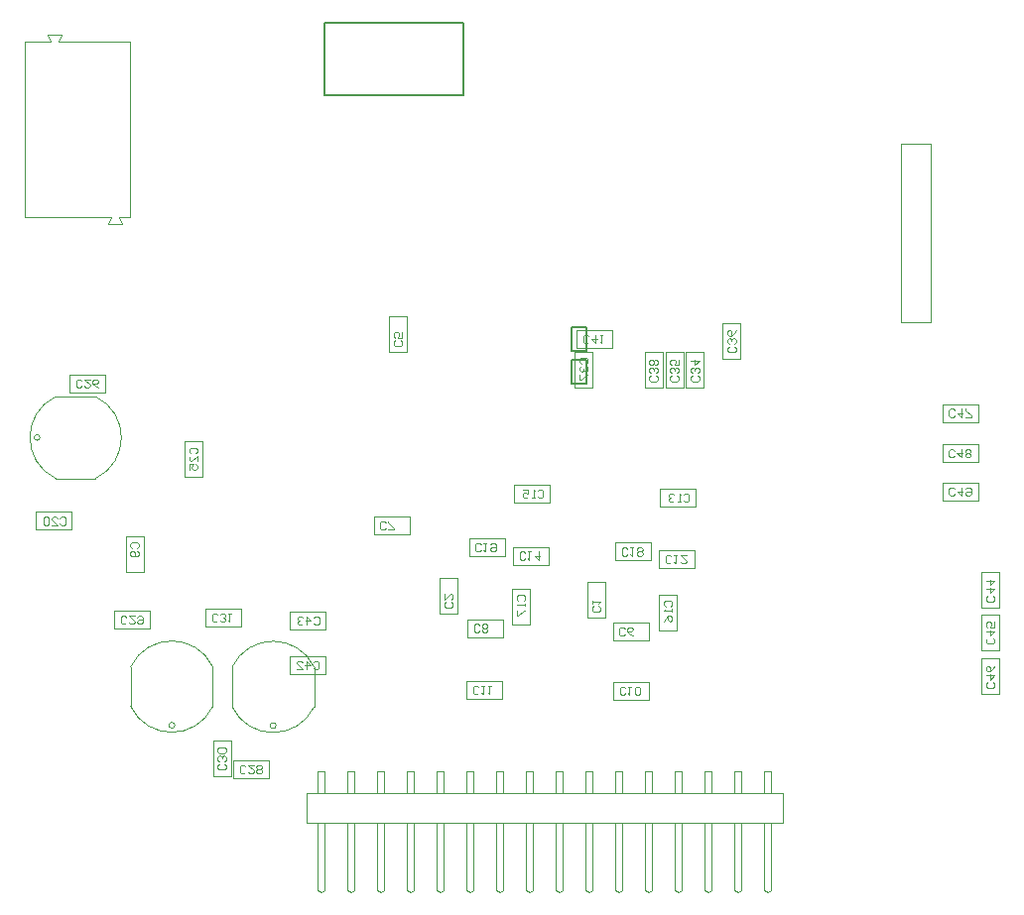
<source format=gbr>
%TF.GenerationSoftware,Altium Limited,Altium Designer,24.7.2 (38)*%
G04 Layer_Color=8388736*
%FSLAX45Y45*%
%MOMM*%
%TF.SameCoordinates,313A2AA4-CFAA-4B56-AAC7-ADE98D6BBF51*%
%TF.FilePolarity,Positive*%
%TF.FileFunction,Other,Top_3D_Body*%
%TF.Part,Single*%
G01*
G75*
%TA.AperFunction,NonConductor*%
%ADD62C,0.20000*%
%ADD98C,0.10000*%
D62*
X4735000Y3572500D02*
X4860000D01*
Y3772500D01*
X4735000D02*
X4860000D01*
X4735000Y3572500D02*
Y3772500D01*
X4860000Y3852500D02*
Y4052500D01*
X4735000Y3852500D02*
X4860000D01*
X4735000D02*
Y4052500D01*
X4860000D01*
X2626500Y6030000D02*
X3811500D01*
X2626500D02*
Y6655000D01*
X3811500D01*
Y6030000D02*
Y6655000D01*
D98*
X195000Y3110000D02*
G03*
X195000Y3110000I-25000J0D01*
G01*
X670000Y2760000D02*
G03*
X670000Y3460000I-168409J350000D01*
G01*
X330000D02*
G03*
X330000Y2760000I168409J-350000D01*
G01*
X1345000Y652500D02*
G03*
X1345000Y652500I-25000J0D01*
G01*
X1670000Y1152500D02*
G03*
X970000Y1152500I-350000J-168409D01*
G01*
Y812500D02*
G03*
X1670000Y812500I350000J168409D01*
G01*
X2210000Y650000D02*
G03*
X2210000Y650000I-25000J0D01*
G01*
X2535000Y1150000D02*
G03*
X1835000Y1150000I-350000J-168409D01*
G01*
Y810000D02*
G03*
X2535000Y810000I350000J168409D01*
G01*
X3042600Y2436200D02*
X3347400D01*
X3042600Y2283800D02*
X3347400D01*
Y2436200D01*
X3042600Y2283800D02*
Y2436200D01*
X830100Y1628700D02*
X1134900D01*
X830100Y1476300D02*
X1134900D01*
Y1628700D01*
X830100Y1476300D02*
Y1628700D01*
X3173800Y3837600D02*
Y4142400D01*
X3326200Y3837600D02*
Y4142400D01*
X3173800D02*
X3326200D01*
X3173800Y3837600D02*
X3326200D01*
X7540500Y4096000D02*
X7794500D01*
X7540500Y5620000D02*
X7794500D01*
X7540500Y4096000D02*
Y5620000D01*
X7794500Y4096000D02*
Y5620000D01*
X5531300Y3535100D02*
Y3839900D01*
X5683700Y3535100D02*
Y3839900D01*
X5531300D02*
X5683700D01*
X5531300Y3535100D02*
X5683700D01*
X5708800D02*
Y3839900D01*
X5861200Y3535100D02*
Y3839900D01*
X5708800D02*
X5861200D01*
X5708800Y3535100D02*
X5861200D01*
X5353800D02*
Y3839900D01*
X5506200Y3535100D02*
Y3839900D01*
X5353800D02*
X5506200D01*
X5353800Y3535100D02*
X5506200D01*
X4911200Y3540100D02*
Y3844900D01*
X4758800Y3540100D02*
Y3844900D01*
Y3540100D02*
X4911200D01*
X4758800Y3844900D02*
X4911200D01*
X4777600Y4026200D02*
X5082400D01*
X4777600Y3873800D02*
X5082400D01*
Y4026200D01*
X4777600Y3873800D02*
Y4026200D01*
X1607600Y1646200D02*
X1912400D01*
X1607600Y1493800D02*
X1912400D01*
Y1646200D01*
X1607600Y1493800D02*
Y1646200D01*
X1671300Y220100D02*
Y524900D01*
X1823700Y220100D02*
Y524900D01*
X1671300D02*
X1823700D01*
X1671300Y220100D02*
X1823700D01*
X6021300Y3785100D02*
Y4089900D01*
X6173700Y3785100D02*
Y4089900D01*
X6021300D02*
X6173700D01*
X6021300Y3785100D02*
X6173700D01*
X8226300Y1292600D02*
Y1597400D01*
X8378700Y1292600D02*
Y1597400D01*
X8226300D02*
X8378700D01*
X8226300Y1292600D02*
X8378700D01*
X2627400Y1091199D02*
Y1243599D01*
X2322600Y1091199D02*
Y1243599D01*
X2627400D01*
X2322600Y1091199D02*
X2627400D01*
X352520Y6492526D02*
X377499Y6552535D01*
X257499D02*
X282478Y6492526D01*
X257499Y6552535D02*
X377499D01*
X352520Y6492526D02*
X967500D01*
X67499D02*
X282499D01*
X67499Y4992526D02*
Y6492526D01*
X967500Y4992526D02*
Y6492526D01*
X67500Y4992526D02*
X802500D01*
X872500D02*
X967500D01*
X872500D02*
X897479Y4932517D01*
X777479D02*
X897479D01*
X777479D02*
X802458Y4992526D01*
X3606284Y1602600D02*
X3758684D01*
X3606284Y1907400D02*
X3758684D01*
Y1602600D02*
Y1907400D01*
X3606284Y1602600D02*
Y1907400D01*
X3855084Y2098800D02*
Y2251200D01*
X4159884Y2098800D02*
Y2251200D01*
X3855084Y2098800D02*
X4159884D01*
X3855084Y2251200D02*
X4159884D01*
X4542384Y2553800D02*
Y2706200D01*
X4237584Y2553800D02*
Y2706200D01*
X4542384D01*
X4237584Y2553800D02*
X4542384D01*
X5107600Y2058800D02*
Y2211200D01*
X5412400Y2058800D02*
Y2211200D01*
X5107600Y2058800D02*
X5412400D01*
X5107600Y2211200D02*
X5412400D01*
X5787400Y2518783D02*
Y2671183D01*
X5482600Y2518783D02*
Y2671183D01*
X5787400D01*
X5482600Y2518783D02*
X5787400D01*
X4223784Y1817400D02*
X4376184D01*
X4223784Y1512600D02*
X4376184D01*
X4223784D02*
Y1817400D01*
X4376184Y1512600D02*
Y1817400D01*
X4232584Y2023800D02*
Y2176200D01*
X4537384Y2023800D02*
Y2176200D01*
X4232584Y2023800D02*
X4537384D01*
X4232584Y2176200D02*
X4537384D01*
X4863800Y1567600D02*
X5016200D01*
X4863800Y1872400D02*
X5016200D01*
Y1567600D02*
Y1872400D01*
X4863800Y1567600D02*
Y1872400D01*
X5480100Y1993800D02*
Y2146200D01*
X5784900Y1993800D02*
Y2146200D01*
X5480100Y1993800D02*
X5784900D01*
X5480100Y2146200D02*
X5784900D01*
X5478800Y1769899D02*
X5631200D01*
X5478800Y1465099D02*
X5631200D01*
X5478800D02*
Y1769899D01*
X5631200Y1465099D02*
Y1769899D01*
X5082600Y1378800D02*
Y1531200D01*
X5387400Y1378800D02*
Y1531200D01*
X5082600Y1378800D02*
X5387400D01*
X5082600Y1531200D02*
X5387400D01*
X5087600Y871300D02*
Y1023700D01*
X5392400Y871300D02*
Y1023700D01*
X5087600Y871300D02*
X5392400D01*
X5087600Y1023700D02*
X5392400D01*
X3837584Y878800D02*
Y1031200D01*
X4142384Y878800D02*
Y1031200D01*
X3837584Y878800D02*
X4142384D01*
X3837584Y1031200D02*
X4142384D01*
X3842584Y1406300D02*
Y1558700D01*
X4147384Y1406300D02*
Y1558700D01*
X3842584Y1406300D02*
X4147384D01*
X3842584Y1558700D02*
X4147384D01*
X1847600Y201300D02*
Y353700D01*
X2152400Y201300D02*
Y353700D01*
X1847600Y201300D02*
X2152400D01*
X1847600Y353700D02*
X2152400D01*
X2632400Y1468684D02*
Y1621084D01*
X2327600Y1468684D02*
Y1621084D01*
X2632400D01*
X2327600Y1468684D02*
X2632400D01*
X8228800Y1655100D02*
X8381200D01*
X8228800Y1959900D02*
X8381200D01*
Y1655100D02*
Y1959900D01*
X8228800Y1655100D02*
Y1959900D01*
X8226300Y917600D02*
X8378700D01*
X8226300Y1222400D02*
X8378700D01*
Y917600D02*
Y1222400D01*
X8226300Y917600D02*
Y1222400D01*
X7897600Y2573816D02*
Y2726216D01*
X8202400Y2573816D02*
Y2726216D01*
X7897600Y2573816D02*
X8202400D01*
X7897600Y2726216D02*
X8202400D01*
X7895100Y2898627D02*
Y3051027D01*
X8199900Y2898627D02*
Y3051027D01*
X7895100Y2898627D02*
X8199900D01*
X7895100Y3051027D02*
X8199900D01*
X7897600Y3243800D02*
Y3396200D01*
X8202400Y3243800D02*
Y3396200D01*
X7897600Y3243800D02*
X8202400D01*
X7897600Y3396200D02*
X8202400D01*
X467400Y2321300D02*
Y2473700D01*
X162600Y2321300D02*
Y2473700D01*
X467400D01*
X162600Y2321300D02*
X467400D01*
X450100Y3496300D02*
Y3648700D01*
X754900Y3496300D02*
Y3648700D01*
X450100Y3496300D02*
X754900D01*
X450100Y3648700D02*
X754900D01*
X926300Y2267400D02*
X1078700D01*
X926300Y1962600D02*
X1078700D01*
X926300D02*
Y2267400D01*
X1078700Y1962600D02*
Y2267400D01*
X1426300Y3077400D02*
X1578700D01*
X1426300Y2772600D02*
X1578700D01*
X1426300D02*
Y3077400D01*
X1578700Y2772600D02*
Y3077400D01*
X330000Y3460000D02*
X670000D01*
X330000Y2760000D02*
X670000D01*
X970000Y812500D02*
Y1152500D01*
X1670000Y812500D02*
Y1152500D01*
X1835000Y810000D02*
Y1150000D01*
X2535000Y810000D02*
Y1150000D01*
X4341000Y-757000D02*
Y-177000D01*
X4405000Y-757000D02*
Y-177000D01*
X4341000Y-757000D02*
X4373000Y-777000D01*
X4405000Y-757000D01*
X4849000D02*
Y-177000D01*
X4913000Y-757000D02*
Y-177000D01*
X4849000Y-757000D02*
X4881000Y-777000D01*
X4913000Y-757000D01*
X5135000Y-777000D02*
X5167000Y-757000D01*
X5103000D02*
X5135000Y-777000D01*
X5167000Y-757000D02*
Y-177000D01*
X5103000Y-757000D02*
Y-177000D01*
X5357000Y-757000D02*
Y-177000D01*
X5421000Y-757000D02*
Y-177000D01*
X5357000Y-757000D02*
X5389000Y-777000D01*
X5421000Y-757000D01*
X5865000D02*
Y-177000D01*
X5929000Y-757000D02*
Y-177000D01*
X5865000Y-757000D02*
X5897000Y-777000D01*
X5929000Y-757000D01*
X2468000Y77000D02*
X6532000D01*
Y-177000D02*
Y77000D01*
X2468000Y-177000D02*
X6532000D01*
X2468000D02*
Y77000D01*
X6151000Y-777000D02*
X6183000Y-757000D01*
X6119000D02*
X6151000Y-777000D01*
X6183000Y-757000D02*
Y-177000D01*
X6119000Y-757000D02*
Y-177000D01*
X6373000Y-757000D02*
Y-177000D01*
X6437000Y-757000D02*
Y-177000D01*
X6373000Y-757000D02*
X6405000Y-777000D01*
X6437000Y-757000D01*
X5643000Y-777000D02*
X5675000Y-757000D01*
X5611000D02*
X5643000Y-777000D01*
X5675000Y-757000D02*
Y-177000D01*
X5611000Y-757000D02*
Y-177000D01*
X4627000Y-777000D02*
X4659000Y-757000D01*
X4595000D02*
X4627000Y-777000D01*
X4659000Y-757000D02*
Y-177000D01*
X4595000Y-757000D02*
Y-177000D01*
X4119000Y-777000D02*
X4151000Y-757000D01*
X4087000D02*
X4119000Y-777000D01*
X4151000Y-757000D02*
Y-177000D01*
X4087000Y-757000D02*
Y-177000D01*
X3833000Y-757000D02*
Y-177000D01*
X3897000Y-757000D02*
Y-177000D01*
X3833000Y-757000D02*
X3865000Y-777000D01*
X3897000Y-757000D01*
X3579000D02*
Y-177000D01*
X3643000Y-757000D02*
Y-177000D01*
X3579000Y-757000D02*
X3611000Y-777000D01*
X3643000Y-757000D01*
X3103000Y-777000D02*
X3135000Y-757000D01*
X3071000D02*
X3103000Y-777000D01*
X3135000Y-757000D02*
Y-177000D01*
X3071000Y-757000D02*
Y-177000D01*
X3357000Y-777000D02*
X3389000Y-757000D01*
X3325000D02*
X3357000Y-777000D01*
X3389000Y-757000D02*
Y-177000D01*
X3325000Y-757000D02*
Y-177000D01*
X2817000Y-757000D02*
Y-177000D01*
X2881000Y-757000D02*
Y-177000D01*
X2817000Y-757000D02*
X2849000Y-777000D01*
X2881000Y-757000D01*
X2563000D02*
Y-177000D01*
X2627000Y-757000D02*
Y-177000D01*
X2563000Y-757000D02*
X2595000Y-777000D01*
X2627000Y-757000D01*
X2563000Y259000D02*
X2627000D01*
X2563000Y77000D02*
Y259000D01*
X2627000Y77000D02*
Y259000D01*
X2817000D02*
X2881000D01*
Y77000D02*
Y259000D01*
X2817000Y77000D02*
Y259000D01*
X3071000D02*
X3135000D01*
Y77000D02*
Y259000D01*
X3071000Y77000D02*
Y259000D01*
X3325000D02*
X3389000D01*
Y77000D02*
Y259000D01*
X3325000Y77000D02*
Y259000D01*
X3579000D02*
X3643000D01*
Y77000D02*
Y259000D01*
X3579000Y77000D02*
Y259000D01*
X3833000D02*
X3897000D01*
Y77000D02*
Y259000D01*
X3833000Y77000D02*
Y259000D01*
X4087000D02*
X4151000D01*
Y77000D02*
Y259000D01*
X4087000Y77000D02*
Y259000D01*
X4341000D02*
X4405000D01*
Y77000D02*
Y259000D01*
X4341000Y77000D02*
Y259000D01*
X4595000D02*
X4659000D01*
Y77000D02*
Y259000D01*
X4595000Y77000D02*
Y259000D01*
X4849000D02*
X4913000D01*
Y77000D02*
Y259000D01*
X4849000Y77000D02*
Y259000D01*
X5103000D02*
X5167000D01*
Y77000D02*
Y259000D01*
X5103000Y77000D02*
Y259000D01*
X5357000D02*
X5421000D01*
Y77000D02*
Y259000D01*
X5357000Y77000D02*
Y259000D01*
X5611000D02*
X5675000D01*
Y77000D02*
Y259000D01*
X5611000Y77000D02*
Y259000D01*
X5865000D02*
X5929000D01*
Y77000D02*
Y259000D01*
X5865000Y77000D02*
Y259000D01*
X6119000D02*
X6183000D01*
Y77000D02*
Y259000D01*
X6119000Y77000D02*
Y259000D01*
X6373000D02*
X6437000D01*
Y77000D02*
Y259000D01*
X6373000Y77000D02*
Y259000D01*
X3144152Y2336685D02*
X3132489Y2325023D01*
X3109163D01*
X3097500Y2336685D01*
Y2383337D01*
X3109163Y2395000D01*
X3132489D01*
X3144152Y2383337D01*
X3167478Y2325023D02*
X3214129D01*
Y2336685D01*
X3167478Y2383337D01*
Y2395000D01*
X931652Y1529185D02*
X919989Y1517522D01*
X896663D01*
X885000Y1529185D01*
Y1575837D01*
X896663Y1587500D01*
X919989D01*
X931652Y1575837D01*
X1001629Y1587500D02*
X954978D01*
X1001629Y1540848D01*
Y1529185D01*
X989966Y1517522D01*
X966640D01*
X954978Y1529185D01*
X1024955Y1575837D02*
X1036618Y1587500D01*
X1059944D01*
X1071607Y1575837D01*
Y1529185D01*
X1059944Y1517522D01*
X1036618D01*
X1024955Y1529185D01*
Y1540848D01*
X1036618Y1552511D01*
X1071607D01*
X3273315Y3939152D02*
X3284978Y3927489D01*
Y3904163D01*
X3273315Y3892500D01*
X3226663D01*
X3215000Y3904163D01*
Y3927489D01*
X3226663Y3939152D01*
X3284978Y4009129D02*
Y3962477D01*
X3249989D01*
X3261652Y3985803D01*
Y3997466D01*
X3249989Y4009129D01*
X3226663D01*
X3215000Y3997466D01*
Y3974140D01*
X3226663Y3962477D01*
X5630815Y3636652D02*
X5642478Y3624989D01*
Y3601663D01*
X5630815Y3590000D01*
X5584163D01*
X5572500Y3601663D01*
Y3624989D01*
X5584163Y3636652D01*
X5630815Y3659978D02*
X5642478Y3671641D01*
Y3694966D01*
X5630815Y3706629D01*
X5619152D01*
X5607489Y3694966D01*
Y3683304D01*
Y3694966D01*
X5595826Y3706629D01*
X5584163D01*
X5572500Y3694966D01*
Y3671641D01*
X5584163Y3659978D01*
X5642478Y3776607D02*
Y3729955D01*
X5607489D01*
X5619152Y3753281D01*
Y3764944D01*
X5607489Y3776607D01*
X5584163D01*
X5572500Y3764944D01*
Y3741618D01*
X5584163Y3729955D01*
X5808315Y3636652D02*
X5819978Y3624989D01*
Y3601663D01*
X5808315Y3590000D01*
X5761663D01*
X5750000Y3601663D01*
Y3624989D01*
X5761663Y3636652D01*
X5808315Y3659978D02*
X5819978Y3671641D01*
Y3694966D01*
X5808315Y3706629D01*
X5796652D01*
X5784989Y3694966D01*
Y3683304D01*
Y3694966D01*
X5773326Y3706629D01*
X5761663D01*
X5750000Y3694966D01*
Y3671641D01*
X5761663Y3659978D01*
X5750000Y3764944D02*
X5819978D01*
X5784989Y3729955D01*
Y3776607D01*
X5453315Y3636652D02*
X5464978Y3624989D01*
Y3601663D01*
X5453315Y3590000D01*
X5406663D01*
X5395000Y3601663D01*
Y3624989D01*
X5406663Y3636652D01*
X5453315Y3659978D02*
X5464978Y3671641D01*
Y3694966D01*
X5453315Y3706629D01*
X5441652D01*
X5429989Y3694966D01*
Y3683304D01*
Y3694966D01*
X5418326Y3706629D01*
X5406663D01*
X5395000Y3694966D01*
Y3671641D01*
X5406663Y3659978D01*
X5453315Y3729955D02*
X5464978Y3741618D01*
Y3764944D01*
X5453315Y3776607D01*
X5441652D01*
X5429989Y3764944D01*
X5418326Y3776607D01*
X5406663D01*
X5395000Y3764944D01*
Y3741618D01*
X5406663Y3729955D01*
X5418326D01*
X5429989Y3741618D01*
X5441652Y3729955D01*
X5453315D01*
X5429989Y3741618D02*
Y3764944D01*
X4811685Y3743348D02*
X4800022Y3755011D01*
Y3778337D01*
X4811685Y3790000D01*
X4858337D01*
X4870000Y3778337D01*
Y3755011D01*
X4858337Y3743348D01*
X4811685Y3720023D02*
X4800022Y3708360D01*
Y3685034D01*
X4811685Y3673371D01*
X4823348D01*
X4835011Y3685034D01*
Y3696697D01*
Y3685034D01*
X4846674Y3673371D01*
X4858337D01*
X4870000Y3685034D01*
Y3708360D01*
X4858337Y3720023D01*
X4800022Y3650045D02*
Y3603393D01*
X4811685D01*
X4858337Y3650045D01*
X4870000D01*
X4879152Y3926685D02*
X4867489Y3915022D01*
X4844163D01*
X4832500Y3926685D01*
Y3973337D01*
X4844163Y3985000D01*
X4867489D01*
X4879152Y3973337D01*
X4937466Y3985000D02*
Y3915022D01*
X4902478Y3950011D01*
X4949129D01*
X4972455Y3985000D02*
X4995781D01*
X4984118D01*
Y3915022D01*
X4972455Y3926685D01*
X1709152Y1546685D02*
X1697489Y1535022D01*
X1674163D01*
X1662500Y1546685D01*
Y1593337D01*
X1674163Y1605000D01*
X1697489D01*
X1709152Y1593337D01*
X1732478Y1546685D02*
X1744141Y1535022D01*
X1767466D01*
X1779129Y1546685D01*
Y1558348D01*
X1767466Y1570011D01*
X1755803D01*
X1767466D01*
X1779129Y1581674D01*
Y1593337D01*
X1767466Y1605000D01*
X1744141D01*
X1732478Y1593337D01*
X1802455Y1605000D02*
X1825781D01*
X1814118D01*
Y1535022D01*
X1802455Y1546685D01*
X1770815Y321652D02*
X1782478Y309989D01*
Y286663D01*
X1770815Y275000D01*
X1724163D01*
X1712500Y286663D01*
Y309989D01*
X1724163Y321652D01*
X1770815Y344977D02*
X1782478Y356640D01*
Y379966D01*
X1770815Y391629D01*
X1759152D01*
X1747489Y379966D01*
Y368303D01*
Y379966D01*
X1735826Y391629D01*
X1724163D01*
X1712500Y379966D01*
Y356640D01*
X1724163Y344977D01*
X1770815Y414955D02*
X1782478Y426618D01*
Y449944D01*
X1770815Y461607D01*
X1724163D01*
X1712500Y449944D01*
Y426618D01*
X1724163Y414955D01*
X1770815D01*
X6120815Y3886652D02*
X6132477Y3874989D01*
Y3851663D01*
X6120815Y3840000D01*
X6074163D01*
X6062500Y3851663D01*
Y3874989D01*
X6074163Y3886652D01*
X6120815Y3909977D02*
X6132477Y3921640D01*
Y3944966D01*
X6120815Y3956629D01*
X6109152D01*
X6097489Y3944966D01*
Y3933303D01*
Y3944966D01*
X6085826Y3956629D01*
X6074163D01*
X6062500Y3944966D01*
Y3921640D01*
X6074163Y3909977D01*
X6132477Y4026607D02*
X6120815Y4003281D01*
X6097489Y3979955D01*
X6074163D01*
X6062500Y3991618D01*
Y4014944D01*
X6074163Y4026607D01*
X6085826D01*
X6097489Y4014944D01*
Y3979955D01*
X8325814Y1394151D02*
X8337477Y1382488D01*
Y1359163D01*
X8325814Y1347500D01*
X8279163D01*
X8267500Y1359163D01*
Y1382488D01*
X8279163Y1394151D01*
X8267500Y1452466D02*
X8337477D01*
X8302489Y1417477D01*
Y1464129D01*
X8337477Y1534106D02*
Y1487455D01*
X8302489D01*
X8314152Y1510781D01*
Y1522443D01*
X8302489Y1534106D01*
X8279163D01*
X8267500Y1522443D01*
Y1499118D01*
X8279163Y1487455D01*
X2525848Y1190714D02*
X2537511Y1202377D01*
X2560837D01*
X2572500Y1190714D01*
Y1144062D01*
X2560837Y1132400D01*
X2537511D01*
X2525848Y1144062D01*
X2467534Y1132400D02*
Y1202377D01*
X2502522Y1167388D01*
X2455871D01*
X2385893Y1132400D02*
X2432545D01*
X2385893Y1179051D01*
Y1190714D01*
X2397556Y1202377D01*
X2420882D01*
X2432545Y1190714D01*
X3705799Y1704152D02*
X3717461Y1692489D01*
Y1669163D01*
X3705799Y1657500D01*
X3659147D01*
X3647484Y1669163D01*
Y1692489D01*
X3659147Y1704152D01*
X3647484Y1774129D02*
Y1727478D01*
X3694136Y1774129D01*
X3705799D01*
X3717461Y1762466D01*
Y1739141D01*
X3705799Y1727478D01*
X3956636Y2151685D02*
X3944973Y2140022D01*
X3921647D01*
X3909984Y2151685D01*
Y2198337D01*
X3921647Y2210000D01*
X3944973D01*
X3956636Y2198337D01*
X3979962Y2210000D02*
X4003287D01*
X3991624D01*
Y2140022D01*
X3979962Y2151685D01*
X4038276Y2198337D02*
X4049939Y2210000D01*
X4073265D01*
X4084928Y2198337D01*
Y2151685D01*
X4073265Y2140022D01*
X4049939D01*
X4038276Y2151685D01*
Y2163348D01*
X4049939Y2175011D01*
X4084928D01*
X4440832Y2653315D02*
X4452495Y2664978D01*
X4475821D01*
X4487484Y2653315D01*
Y2606663D01*
X4475821Y2595000D01*
X4452495D01*
X4440832Y2606663D01*
X4417506Y2595000D02*
X4394180D01*
X4405843D01*
Y2664978D01*
X4417506Y2653315D01*
X4312540Y2664978D02*
X4359192D01*
Y2629989D01*
X4335866Y2641652D01*
X4324203D01*
X4312540Y2629989D01*
Y2606663D01*
X4324203Y2595000D01*
X4347529D01*
X4359192Y2606663D01*
X5209152Y2111685D02*
X5197489Y2100022D01*
X5174163D01*
X5162500Y2111685D01*
Y2158337D01*
X5174163Y2170000D01*
X5197489D01*
X5209152Y2158337D01*
X5232478Y2170000D02*
X5255804D01*
X5244141D01*
Y2100022D01*
X5232478Y2111685D01*
X5290793D02*
X5302455Y2100022D01*
X5325781D01*
X5337444Y2111685D01*
Y2123348D01*
X5325781Y2135011D01*
X5337444Y2146674D01*
Y2158337D01*
X5325781Y2170000D01*
X5302455D01*
X5290793Y2158337D01*
Y2146674D01*
X5302455Y2135011D01*
X5290793Y2123348D01*
Y2111685D01*
X5302455Y2135011D02*
X5325781D01*
X5685849Y2618298D02*
X5697512Y2629961D01*
X5720837D01*
X5732500Y2618298D01*
Y2571646D01*
X5720837Y2559983D01*
X5697512D01*
X5685849Y2571646D01*
X5662523Y2559983D02*
X5639197D01*
X5650860D01*
Y2629961D01*
X5662523Y2618298D01*
X5604208D02*
X5592545Y2629961D01*
X5569219D01*
X5557557Y2618298D01*
Y2606635D01*
X5569219Y2594972D01*
X5580882D01*
X5569219D01*
X5557557Y2583309D01*
Y2571646D01*
X5569219Y2559983D01*
X5592545D01*
X5604208Y2571646D01*
X4276669Y1715848D02*
X4265006Y1727511D01*
Y1750837D01*
X4276669Y1762500D01*
X4323321D01*
X4334984Y1750837D01*
Y1727511D01*
X4323321Y1715848D01*
X4334984Y1692522D02*
Y1669197D01*
Y1680859D01*
X4265006D01*
X4276669Y1692522D01*
X4265006Y1634208D02*
Y1587556D01*
X4276669D01*
X4323321Y1634208D01*
X4334984D01*
X4334136Y2076685D02*
X4322473Y2065023D01*
X4299147D01*
X4287484Y2076685D01*
Y2123337D01*
X4299147Y2135000D01*
X4322473D01*
X4334136Y2123337D01*
X4357461Y2135000D02*
X4380787D01*
X4369124D01*
Y2065023D01*
X4357461Y2076685D01*
X4450765Y2135000D02*
Y2065023D01*
X4415776Y2100011D01*
X4462428D01*
X4963315Y1669152D02*
X4974978Y1657489D01*
Y1634163D01*
X4963315Y1622500D01*
X4916663D01*
X4905000Y1634163D01*
Y1657489D01*
X4916663Y1669152D01*
X4905000Y1692477D02*
Y1715803D01*
Y1704140D01*
X4974978D01*
X4963315Y1692477D01*
X5581652Y2046685D02*
X5569989Y2035022D01*
X5546663D01*
X5535000Y2046685D01*
Y2093337D01*
X5546663Y2105000D01*
X5569989D01*
X5581652Y2093337D01*
X5604978Y2105000D02*
X5628304D01*
X5616641D01*
Y2035022D01*
X5604978Y2046685D01*
X5709944Y2105000D02*
X5663292D01*
X5709944Y2058348D01*
Y2046685D01*
X5698281Y2035022D01*
X5674955D01*
X5663292Y2046685D01*
X5531686Y1668348D02*
X5520023Y1680011D01*
Y1703336D01*
X5531686Y1714999D01*
X5578337D01*
X5590000Y1703336D01*
Y1680011D01*
X5578337Y1668348D01*
X5590000Y1645022D02*
Y1621696D01*
Y1633359D01*
X5520023D01*
X5531686Y1645022D01*
X5520023Y1540056D02*
X5531686Y1563381D01*
X5555011Y1586707D01*
X5578337D01*
X5590000Y1575044D01*
Y1551719D01*
X5578337Y1540056D01*
X5566674D01*
X5555011Y1551719D01*
Y1586707D01*
X5184152Y1431685D02*
X5172489Y1420022D01*
X5149163D01*
X5137501Y1431685D01*
Y1478337D01*
X5149163Y1490000D01*
X5172489D01*
X5184152Y1478337D01*
X5254130Y1420022D02*
X5230804Y1431685D01*
X5207478Y1455011D01*
Y1478337D01*
X5219141Y1490000D01*
X5242467D01*
X5254130Y1478337D01*
Y1466674D01*
X5242467Y1455011D01*
X5207478D01*
X5189152Y924185D02*
X5177489Y912522D01*
X5154163D01*
X5142501Y924185D01*
Y970837D01*
X5154163Y982500D01*
X5177489D01*
X5189152Y970837D01*
X5212478Y982500D02*
X5235804D01*
X5224141D01*
Y912522D01*
X5212478Y924185D01*
X5270793D02*
X5282456Y912522D01*
X5305781D01*
X5317444Y924185D01*
Y970837D01*
X5305781Y982500D01*
X5282456D01*
X5270793Y970837D01*
Y924185D01*
X3939136Y931685D02*
X3927473Y920023D01*
X3904147D01*
X3892484Y931685D01*
Y978337D01*
X3904147Y990000D01*
X3927473D01*
X3939136Y978337D01*
X3962461Y990000D02*
X3985787D01*
X3974124D01*
Y920023D01*
X3962461Y931685D01*
X4020776Y990000D02*
X4044102D01*
X4032439D01*
Y920023D01*
X4020776Y931685D01*
X3944136Y1459186D02*
X3932473Y1447523D01*
X3909147D01*
X3897484Y1459186D01*
Y1505837D01*
X3909147Y1517500D01*
X3932473D01*
X3944136Y1505837D01*
X3967461Y1459186D02*
X3979124Y1447523D01*
X4002450D01*
X4014113Y1459186D01*
Y1470848D01*
X4002450Y1482511D01*
X4014113Y1494174D01*
Y1505837D01*
X4002450Y1517500D01*
X3979124D01*
X3967461Y1505837D01*
Y1494174D01*
X3979124Y1482511D01*
X3967461Y1470848D01*
Y1459186D01*
X3979124Y1482511D02*
X4002450D01*
X1949152Y254185D02*
X1937489Y242523D01*
X1914163D01*
X1902500Y254185D01*
Y300837D01*
X1914163Y312500D01*
X1937489D01*
X1949152Y300837D01*
X2019129Y312500D02*
X1972478D01*
X2019129Y265848D01*
Y254185D01*
X2007466Y242523D01*
X1984141D01*
X1972478Y254185D01*
X2042455D02*
X2054118Y242523D01*
X2077444D01*
X2089107Y254185D01*
Y265848D01*
X2077444Y277511D01*
X2089107Y289174D01*
Y300837D01*
X2077444Y312500D01*
X2054118D01*
X2042455Y300837D01*
Y289174D01*
X2054118Y277511D01*
X2042455Y265848D01*
Y254185D01*
X2054118Y277511D02*
X2077444D01*
X2530848Y1568198D02*
X2542511Y1579861D01*
X2565837D01*
X2577500Y1568198D01*
Y1521547D01*
X2565837Y1509884D01*
X2542511D01*
X2530848Y1521547D01*
X2472534Y1509884D02*
Y1579861D01*
X2507523Y1544872D01*
X2460871D01*
X2437545Y1568198D02*
X2425882Y1579861D01*
X2402556D01*
X2390893Y1568198D01*
Y1556535D01*
X2402556Y1544872D01*
X2414219D01*
X2402556D01*
X2390893Y1533210D01*
Y1521547D01*
X2402556Y1509884D01*
X2425882D01*
X2437545Y1521547D01*
X8328315Y1756652D02*
X8339977Y1744989D01*
Y1721663D01*
X8328315Y1710000D01*
X8281663D01*
X8270000Y1721663D01*
Y1744989D01*
X8281663Y1756652D01*
X8270000Y1814966D02*
X8339977D01*
X8304989Y1779977D01*
Y1826629D01*
X8270000Y1884944D02*
X8339977D01*
X8304989Y1849955D01*
Y1896607D01*
X8325814Y1019152D02*
X8337477Y1007489D01*
Y984163D01*
X8325814Y972500D01*
X8279163D01*
X8267500Y984163D01*
Y1007489D01*
X8279163Y1019152D01*
X8267500Y1077466D02*
X8337477D01*
X8302489Y1042477D01*
Y1089129D01*
X8337477Y1159107D02*
X8325814Y1135781D01*
X8302489Y1112455D01*
X8279163D01*
X8267500Y1124118D01*
Y1147444D01*
X8279163Y1159107D01*
X8290826D01*
X8302489Y1147444D01*
Y1112455D01*
X7999152Y2626702D02*
X7987489Y2615039D01*
X7964163D01*
X7952500Y2626702D01*
Y2673353D01*
X7964163Y2685016D01*
X7987489D01*
X7999152Y2673353D01*
X8057466Y2685016D02*
Y2615039D01*
X8022477Y2650027D01*
X8069129D01*
X8092455Y2673353D02*
X8104118Y2685016D01*
X8127444D01*
X8139107Y2673353D01*
Y2626702D01*
X8127444Y2615039D01*
X8104118D01*
X8092455Y2626702D01*
Y2638365D01*
X8104118Y2650027D01*
X8139107D01*
X7996652Y2951513D02*
X7984989Y2939850D01*
X7961663D01*
X7950000Y2951513D01*
Y2998164D01*
X7961663Y3009827D01*
X7984989D01*
X7996652Y2998164D01*
X8054967Y3009827D02*
Y2939850D01*
X8019978Y2974839D01*
X8066630D01*
X8089955Y2951513D02*
X8101618Y2939850D01*
X8124944D01*
X8136607Y2951513D01*
Y2963176D01*
X8124944Y2974839D01*
X8136607Y2986502D01*
Y2998164D01*
X8124944Y3009827D01*
X8101618D01*
X8089955Y2998164D01*
Y2986502D01*
X8101618Y2974839D01*
X8089955Y2963176D01*
Y2951513D01*
X8101618Y2974839D02*
X8124944D01*
X7999152Y3296685D02*
X7987489Y3285022D01*
X7964163D01*
X7952500Y3296685D01*
Y3343337D01*
X7964163Y3355000D01*
X7987489D01*
X7999152Y3343337D01*
X8057466Y3355000D02*
Y3285022D01*
X8022477Y3320011D01*
X8069129D01*
X8092455Y3285022D02*
X8139107D01*
Y3296685D01*
X8092455Y3343337D01*
Y3355000D01*
X365848Y2420815D02*
X377511Y2432477D01*
X400837D01*
X412500Y2420815D01*
Y2374163D01*
X400837Y2362500D01*
X377511D01*
X365848Y2374163D01*
X295871Y2362500D02*
X342522D01*
X295871Y2409152D01*
Y2420815D01*
X307534Y2432477D01*
X330859D01*
X342522Y2420815D01*
X272545D02*
X260882Y2432477D01*
X237556D01*
X225893Y2420815D01*
Y2374163D01*
X237556Y2362500D01*
X260882D01*
X272545Y2374163D01*
Y2420815D01*
X551652Y3549185D02*
X539989Y3537523D01*
X516663D01*
X505000Y3549185D01*
Y3595837D01*
X516663Y3607500D01*
X539989D01*
X551652Y3595837D01*
X621629Y3607500D02*
X574978D01*
X621629Y3560848D01*
Y3549185D01*
X609966Y3537523D01*
X586640D01*
X574978Y3549185D01*
X691607Y3537523D02*
X668281Y3549185D01*
X644955Y3572511D01*
Y3595837D01*
X656618Y3607500D01*
X679944D01*
X691607Y3595837D01*
Y3584174D01*
X679944Y3572511D01*
X644955D01*
X979185Y2165848D02*
X967522Y2177511D01*
Y2200837D01*
X979185Y2212500D01*
X1025837D01*
X1037500Y2200837D01*
Y2177511D01*
X1025837Y2165848D01*
Y2142523D02*
X1037500Y2130860D01*
Y2107534D01*
X1025837Y2095871D01*
X979185D01*
X967522Y2107534D01*
Y2130860D01*
X979185Y2142523D01*
X990848D01*
X1002511Y2130860D01*
Y2095871D01*
X1479185Y2975848D02*
X1467522Y2987511D01*
Y3010837D01*
X1479185Y3022500D01*
X1525837D01*
X1537500Y3010837D01*
Y2987511D01*
X1525837Y2975848D01*
X1537500Y2905871D02*
Y2952522D01*
X1490848Y2905871D01*
X1479185D01*
X1467522Y2917534D01*
Y2940859D01*
X1479185Y2952522D01*
X1467522Y2835893D02*
Y2882545D01*
X1502511D01*
X1490848Y2859219D01*
Y2847556D01*
X1502511Y2835893D01*
X1525837D01*
X1537500Y2847556D01*
Y2870882D01*
X1525837Y2882545D01*
%TF.MD5,5d0909da4c898ab0f55e54d38f179067*%
M02*

</source>
